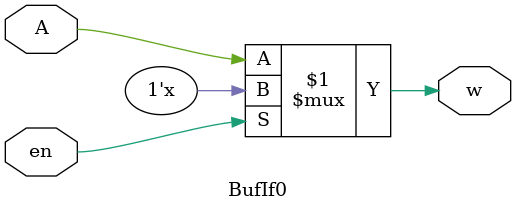
<source format=v>
`timescale 1ns/1ns
module BufIf0(input A, input en, output w);
	bufif0 #(17,19,19) buff(w,A,en);
endmodule

</source>
